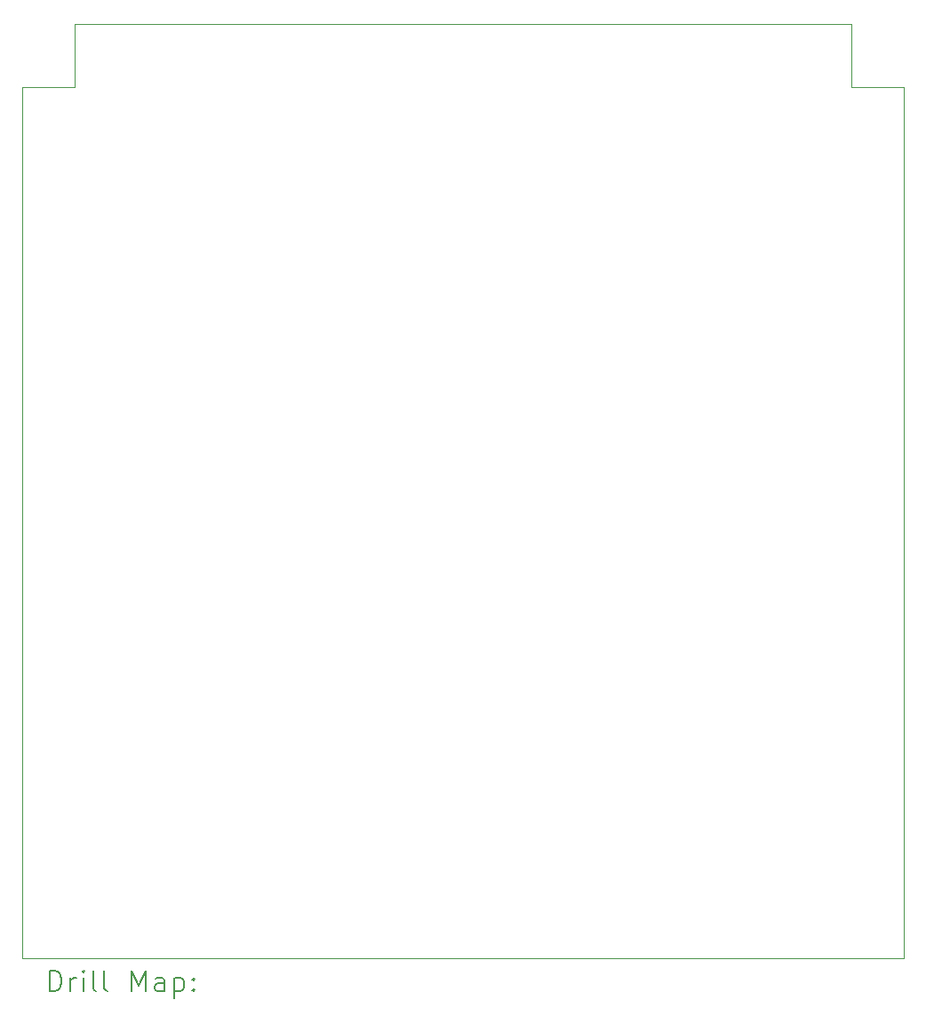
<source format=gbr>
%TF.GenerationSoftware,KiCad,Pcbnew,9.0.1*%
%TF.CreationDate,2025-05-23T09:46:43+02:00*%
%TF.ProjectId,PENDAII-Hardware,50454e44-4149-4492-9d48-617264776172,rev?*%
%TF.SameCoordinates,Original*%
%TF.FileFunction,Drillmap*%
%TF.FilePolarity,Positive*%
%FSLAX45Y45*%
G04 Gerber Fmt 4.5, Leading zero omitted, Abs format (unit mm)*
G04 Created by KiCad (PCBNEW 9.0.1) date 2025-05-23 09:46:43*
%MOMM*%
%LPD*%
G01*
G04 APERTURE LIST*
%ADD10C,0.050000*%
%ADD11C,0.200000*%
G04 APERTURE END LIST*
D10*
X4500000Y-4100000D02*
X4000000Y-4100000D01*
X12400000Y-4100000D02*
X12400000Y-12400000D01*
X4000000Y-4100000D02*
X4000000Y-12400000D01*
X4000000Y-12400000D02*
X12400000Y-12400000D01*
X12400000Y-4100000D02*
X11900000Y-4100000D01*
X4500000Y-3500000D02*
X4500000Y-4100000D01*
X11900000Y-4100000D02*
X11900000Y-3500000D01*
X11900000Y-3500000D02*
X4500000Y-3500000D01*
D11*
X4258277Y-12713984D02*
X4258277Y-12513984D01*
X4258277Y-12513984D02*
X4305896Y-12513984D01*
X4305896Y-12513984D02*
X4334467Y-12523508D01*
X4334467Y-12523508D02*
X4353515Y-12542555D01*
X4353515Y-12542555D02*
X4363039Y-12561603D01*
X4363039Y-12561603D02*
X4372563Y-12599698D01*
X4372563Y-12599698D02*
X4372563Y-12628269D01*
X4372563Y-12628269D02*
X4363039Y-12666365D01*
X4363039Y-12666365D02*
X4353515Y-12685412D01*
X4353515Y-12685412D02*
X4334467Y-12704460D01*
X4334467Y-12704460D02*
X4305896Y-12713984D01*
X4305896Y-12713984D02*
X4258277Y-12713984D01*
X4458277Y-12713984D02*
X4458277Y-12580650D01*
X4458277Y-12618746D02*
X4467801Y-12599698D01*
X4467801Y-12599698D02*
X4477324Y-12590174D01*
X4477324Y-12590174D02*
X4496372Y-12580650D01*
X4496372Y-12580650D02*
X4515420Y-12580650D01*
X4582086Y-12713984D02*
X4582086Y-12580650D01*
X4582086Y-12513984D02*
X4572563Y-12523508D01*
X4572563Y-12523508D02*
X4582086Y-12533031D01*
X4582086Y-12533031D02*
X4591610Y-12523508D01*
X4591610Y-12523508D02*
X4582086Y-12513984D01*
X4582086Y-12513984D02*
X4582086Y-12533031D01*
X4705896Y-12713984D02*
X4686848Y-12704460D01*
X4686848Y-12704460D02*
X4677324Y-12685412D01*
X4677324Y-12685412D02*
X4677324Y-12513984D01*
X4810658Y-12713984D02*
X4791610Y-12704460D01*
X4791610Y-12704460D02*
X4782086Y-12685412D01*
X4782086Y-12685412D02*
X4782086Y-12513984D01*
X5039229Y-12713984D02*
X5039229Y-12513984D01*
X5039229Y-12513984D02*
X5105896Y-12656841D01*
X5105896Y-12656841D02*
X5172563Y-12513984D01*
X5172563Y-12513984D02*
X5172563Y-12713984D01*
X5353515Y-12713984D02*
X5353515Y-12609222D01*
X5353515Y-12609222D02*
X5343991Y-12590174D01*
X5343991Y-12590174D02*
X5324944Y-12580650D01*
X5324944Y-12580650D02*
X5286848Y-12580650D01*
X5286848Y-12580650D02*
X5267801Y-12590174D01*
X5353515Y-12704460D02*
X5334467Y-12713984D01*
X5334467Y-12713984D02*
X5286848Y-12713984D01*
X5286848Y-12713984D02*
X5267801Y-12704460D01*
X5267801Y-12704460D02*
X5258277Y-12685412D01*
X5258277Y-12685412D02*
X5258277Y-12666365D01*
X5258277Y-12666365D02*
X5267801Y-12647317D01*
X5267801Y-12647317D02*
X5286848Y-12637793D01*
X5286848Y-12637793D02*
X5334467Y-12637793D01*
X5334467Y-12637793D02*
X5353515Y-12628269D01*
X5448753Y-12580650D02*
X5448753Y-12780650D01*
X5448753Y-12590174D02*
X5467801Y-12580650D01*
X5467801Y-12580650D02*
X5505896Y-12580650D01*
X5505896Y-12580650D02*
X5524944Y-12590174D01*
X5524944Y-12590174D02*
X5534467Y-12599698D01*
X5534467Y-12599698D02*
X5543991Y-12618746D01*
X5543991Y-12618746D02*
X5543991Y-12675888D01*
X5543991Y-12675888D02*
X5534467Y-12694936D01*
X5534467Y-12694936D02*
X5524944Y-12704460D01*
X5524944Y-12704460D02*
X5505896Y-12713984D01*
X5505896Y-12713984D02*
X5467801Y-12713984D01*
X5467801Y-12713984D02*
X5448753Y-12704460D01*
X5629705Y-12694936D02*
X5639229Y-12704460D01*
X5639229Y-12704460D02*
X5629705Y-12713984D01*
X5629705Y-12713984D02*
X5620182Y-12704460D01*
X5620182Y-12704460D02*
X5629705Y-12694936D01*
X5629705Y-12694936D02*
X5629705Y-12713984D01*
X5629705Y-12590174D02*
X5639229Y-12599698D01*
X5639229Y-12599698D02*
X5629705Y-12609222D01*
X5629705Y-12609222D02*
X5620182Y-12599698D01*
X5620182Y-12599698D02*
X5629705Y-12590174D01*
X5629705Y-12590174D02*
X5629705Y-12609222D01*
M02*

</source>
